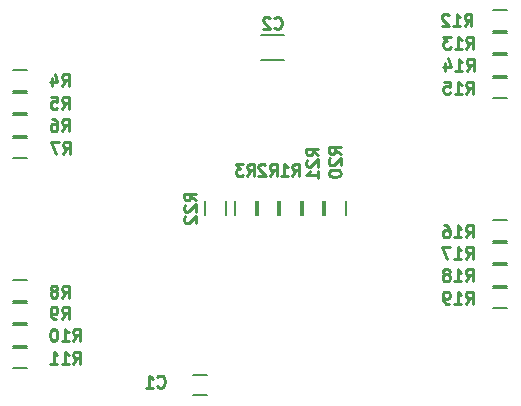
<source format=gbr>
G04 #@! TF.FileFunction,Legend,Bot*
%FSLAX46Y46*%
G04 Gerber Fmt 4.6, Leading zero omitted, Abs format (unit mm)*
G04 Created by KiCad (PCBNEW (after 2015-mar-04 BZR unknown)-product) date 1/17/2017 1:07:12 PM*
%MOMM*%
G01*
G04 APERTURE LIST*
%ADD10C,0.150000*%
%ADD11C,0.254000*%
G04 APERTURE END LIST*
D10*
X199990000Y-89930000D02*
X198790000Y-89930000D01*
X198790000Y-91680000D02*
X199990000Y-91680000D01*
X199990000Y-95645000D02*
X198790000Y-95645000D01*
X198790000Y-97395000D02*
X199990000Y-97395000D01*
X199990000Y-91835000D02*
X198790000Y-91835000D01*
X198790000Y-93585000D02*
X199990000Y-93585000D01*
X158150000Y-100570000D02*
X159350000Y-100570000D01*
X159350000Y-98820000D02*
X158150000Y-98820000D01*
X158150000Y-96760000D02*
X159350000Y-96760000D01*
X159350000Y-95010000D02*
X158150000Y-95010000D01*
X199990000Y-107710000D02*
X198790000Y-107710000D01*
X198790000Y-109460000D02*
X199990000Y-109460000D01*
X199990000Y-113425000D02*
X198790000Y-113425000D01*
X198790000Y-115175000D02*
X199990000Y-115175000D01*
X158150000Y-120255000D02*
X159350000Y-120255000D01*
X159350000Y-118505000D02*
X158150000Y-118505000D01*
X199990000Y-93740000D02*
X198790000Y-93740000D01*
X198790000Y-95490000D02*
X199990000Y-95490000D01*
X178675000Y-107280000D02*
X178675000Y-106080000D01*
X176925000Y-106080000D02*
X176925000Y-107280000D01*
X199990000Y-111520000D02*
X198790000Y-111520000D01*
X198790000Y-113270000D02*
X199990000Y-113270000D01*
X158150000Y-98665000D02*
X159350000Y-98665000D01*
X159350000Y-96915000D02*
X158150000Y-96915000D01*
X158150000Y-102475000D02*
X159350000Y-102475000D01*
X159350000Y-100725000D02*
X158150000Y-100725000D01*
X180580000Y-107280000D02*
X180580000Y-106080000D01*
X178830000Y-106080000D02*
X178830000Y-107280000D01*
X199990000Y-109615000D02*
X198790000Y-109615000D01*
X198790000Y-111365000D02*
X199990000Y-111365000D01*
X173390000Y-122541000D02*
X174590000Y-122541000D01*
X174590000Y-120791000D02*
X173390000Y-120791000D01*
X181086000Y-92016000D02*
X179086000Y-92016000D01*
X179086000Y-94166000D02*
X181086000Y-94166000D01*
X158150000Y-114540000D02*
X159350000Y-114540000D01*
X159350000Y-112790000D02*
X158150000Y-112790000D01*
X158150000Y-118350000D02*
X159350000Y-118350000D01*
X159350000Y-116600000D02*
X158150000Y-116600000D01*
X158150000Y-116445000D02*
X159350000Y-116445000D01*
X159350000Y-114695000D02*
X158150000Y-114695000D01*
X182485000Y-107280000D02*
X182485000Y-106080000D01*
X180735000Y-106080000D02*
X180735000Y-107280000D01*
X186295000Y-107280000D02*
X186295000Y-106080000D01*
X184545000Y-106080000D02*
X184545000Y-107280000D01*
X184390000Y-107280000D02*
X184390000Y-106080000D01*
X182640000Y-106080000D02*
X182640000Y-107280000D01*
X176135000Y-107280000D02*
X176135000Y-106080000D01*
X174385000Y-106080000D02*
X174385000Y-107280000D01*
D11*
X196353143Y-91259619D02*
X196691809Y-90775810D01*
X196933714Y-91259619D02*
X196933714Y-90243619D01*
X196546667Y-90243619D01*
X196449905Y-90292000D01*
X196401524Y-90340381D01*
X196353143Y-90437143D01*
X196353143Y-90582286D01*
X196401524Y-90679048D01*
X196449905Y-90727429D01*
X196546667Y-90775810D01*
X196933714Y-90775810D01*
X195385524Y-91259619D02*
X195966095Y-91259619D01*
X195675809Y-91259619D02*
X195675809Y-90243619D01*
X195772571Y-90388762D01*
X195869333Y-90485524D01*
X195966095Y-90533905D01*
X194998476Y-90340381D02*
X194950095Y-90292000D01*
X194853333Y-90243619D01*
X194611429Y-90243619D01*
X194514667Y-90292000D01*
X194466286Y-90340381D01*
X194417905Y-90437143D01*
X194417905Y-90533905D01*
X194466286Y-90679048D01*
X195046857Y-91259619D01*
X194417905Y-91259619D01*
X196487143Y-96979619D02*
X196825809Y-96495810D01*
X197067714Y-96979619D02*
X197067714Y-95963619D01*
X196680667Y-95963619D01*
X196583905Y-96012000D01*
X196535524Y-96060381D01*
X196487143Y-96157143D01*
X196487143Y-96302286D01*
X196535524Y-96399048D01*
X196583905Y-96447429D01*
X196680667Y-96495810D01*
X197067714Y-96495810D01*
X195519524Y-96979619D02*
X196100095Y-96979619D01*
X195809809Y-96979619D02*
X195809809Y-95963619D01*
X195906571Y-96108762D01*
X196003333Y-96205524D01*
X196100095Y-96253905D01*
X194600286Y-95963619D02*
X195084095Y-95963619D01*
X195132476Y-96447429D01*
X195084095Y-96399048D01*
X194987333Y-96350667D01*
X194745429Y-96350667D01*
X194648667Y-96399048D01*
X194600286Y-96447429D01*
X194551905Y-96544190D01*
X194551905Y-96786095D01*
X194600286Y-96882857D01*
X194648667Y-96931238D01*
X194745429Y-96979619D01*
X194987333Y-96979619D01*
X195084095Y-96931238D01*
X195132476Y-96882857D01*
X196487143Y-93169619D02*
X196825809Y-92685810D01*
X197067714Y-93169619D02*
X197067714Y-92153619D01*
X196680667Y-92153619D01*
X196583905Y-92202000D01*
X196535524Y-92250381D01*
X196487143Y-92347143D01*
X196487143Y-92492286D01*
X196535524Y-92589048D01*
X196583905Y-92637429D01*
X196680667Y-92685810D01*
X197067714Y-92685810D01*
X195519524Y-93169619D02*
X196100095Y-93169619D01*
X195809809Y-93169619D02*
X195809809Y-92153619D01*
X195906571Y-92298762D01*
X196003333Y-92395524D01*
X196100095Y-92443905D01*
X195180857Y-92153619D02*
X194551905Y-92153619D01*
X194890571Y-92540667D01*
X194745429Y-92540667D01*
X194648667Y-92589048D01*
X194600286Y-92637429D01*
X194551905Y-92734190D01*
X194551905Y-92976095D01*
X194600286Y-93072857D01*
X194648667Y-93121238D01*
X194745429Y-93169619D01*
X195035714Y-93169619D01*
X195132476Y-93121238D01*
X195180857Y-93072857D01*
X162269333Y-100159619D02*
X162607999Y-99675810D01*
X162849904Y-100159619D02*
X162849904Y-99143619D01*
X162462857Y-99143619D01*
X162366095Y-99192000D01*
X162317714Y-99240381D01*
X162269333Y-99337143D01*
X162269333Y-99482286D01*
X162317714Y-99579048D01*
X162366095Y-99627429D01*
X162462857Y-99675810D01*
X162849904Y-99675810D01*
X161398476Y-99143619D02*
X161591999Y-99143619D01*
X161688761Y-99192000D01*
X161737142Y-99240381D01*
X161833904Y-99385524D01*
X161882285Y-99579048D01*
X161882285Y-99966095D01*
X161833904Y-100062857D01*
X161785523Y-100111238D01*
X161688761Y-100159619D01*
X161495238Y-100159619D01*
X161398476Y-100111238D01*
X161350095Y-100062857D01*
X161301714Y-99966095D01*
X161301714Y-99724190D01*
X161350095Y-99627429D01*
X161398476Y-99579048D01*
X161495238Y-99530667D01*
X161688761Y-99530667D01*
X161785523Y-99579048D01*
X161833904Y-99627429D01*
X161882285Y-99724190D01*
X162269333Y-96359619D02*
X162607999Y-95875810D01*
X162849904Y-96359619D02*
X162849904Y-95343619D01*
X162462857Y-95343619D01*
X162366095Y-95392000D01*
X162317714Y-95440381D01*
X162269333Y-95537143D01*
X162269333Y-95682286D01*
X162317714Y-95779048D01*
X162366095Y-95827429D01*
X162462857Y-95875810D01*
X162849904Y-95875810D01*
X161398476Y-95682286D02*
X161398476Y-96359619D01*
X161640380Y-95295238D02*
X161882285Y-96020952D01*
X161253333Y-96020952D01*
X196453143Y-109159619D02*
X196791809Y-108675810D01*
X197033714Y-109159619D02*
X197033714Y-108143619D01*
X196646667Y-108143619D01*
X196549905Y-108192000D01*
X196501524Y-108240381D01*
X196453143Y-108337143D01*
X196453143Y-108482286D01*
X196501524Y-108579048D01*
X196549905Y-108627429D01*
X196646667Y-108675810D01*
X197033714Y-108675810D01*
X195485524Y-109159619D02*
X196066095Y-109159619D01*
X195775809Y-109159619D02*
X195775809Y-108143619D01*
X195872571Y-108288762D01*
X195969333Y-108385524D01*
X196066095Y-108433905D01*
X194614667Y-108143619D02*
X194808190Y-108143619D01*
X194904952Y-108192000D01*
X194953333Y-108240381D01*
X195050095Y-108385524D01*
X195098476Y-108579048D01*
X195098476Y-108966095D01*
X195050095Y-109062857D01*
X195001714Y-109111238D01*
X194904952Y-109159619D01*
X194711429Y-109159619D01*
X194614667Y-109111238D01*
X194566286Y-109062857D01*
X194517905Y-108966095D01*
X194517905Y-108724190D01*
X194566286Y-108627429D01*
X194614667Y-108579048D01*
X194711429Y-108530667D01*
X194904952Y-108530667D01*
X195001714Y-108579048D01*
X195050095Y-108627429D01*
X195098476Y-108724190D01*
X196453143Y-114759619D02*
X196791809Y-114275810D01*
X197033714Y-114759619D02*
X197033714Y-113743619D01*
X196646667Y-113743619D01*
X196549905Y-113792000D01*
X196501524Y-113840381D01*
X196453143Y-113937143D01*
X196453143Y-114082286D01*
X196501524Y-114179048D01*
X196549905Y-114227429D01*
X196646667Y-114275810D01*
X197033714Y-114275810D01*
X195485524Y-114759619D02*
X196066095Y-114759619D01*
X195775809Y-114759619D02*
X195775809Y-113743619D01*
X195872571Y-113888762D01*
X195969333Y-113985524D01*
X196066095Y-114033905D01*
X195001714Y-114759619D02*
X194808190Y-114759619D01*
X194711429Y-114711238D01*
X194663048Y-114662857D01*
X194566286Y-114517714D01*
X194517905Y-114324190D01*
X194517905Y-113937143D01*
X194566286Y-113840381D01*
X194614667Y-113792000D01*
X194711429Y-113743619D01*
X194904952Y-113743619D01*
X195001714Y-113792000D01*
X195050095Y-113840381D01*
X195098476Y-113937143D01*
X195098476Y-114179048D01*
X195050095Y-114275810D01*
X195001714Y-114324190D01*
X194904952Y-114372571D01*
X194711429Y-114372571D01*
X194614667Y-114324190D01*
X194566286Y-114275810D01*
X194517905Y-114179048D01*
X163213143Y-119839619D02*
X163551809Y-119355810D01*
X163793714Y-119839619D02*
X163793714Y-118823619D01*
X163406667Y-118823619D01*
X163309905Y-118872000D01*
X163261524Y-118920381D01*
X163213143Y-119017143D01*
X163213143Y-119162286D01*
X163261524Y-119259048D01*
X163309905Y-119307429D01*
X163406667Y-119355810D01*
X163793714Y-119355810D01*
X162245524Y-119839619D02*
X162826095Y-119839619D01*
X162535809Y-119839619D02*
X162535809Y-118823619D01*
X162632571Y-118968762D01*
X162729333Y-119065524D01*
X162826095Y-119113905D01*
X161277905Y-119839619D02*
X161858476Y-119839619D01*
X161568190Y-119839619D02*
X161568190Y-118823619D01*
X161664952Y-118968762D01*
X161761714Y-119065524D01*
X161858476Y-119113905D01*
X196553143Y-95059619D02*
X196891809Y-94575810D01*
X197133714Y-95059619D02*
X197133714Y-94043619D01*
X196746667Y-94043619D01*
X196649905Y-94092000D01*
X196601524Y-94140381D01*
X196553143Y-94237143D01*
X196553143Y-94382286D01*
X196601524Y-94479048D01*
X196649905Y-94527429D01*
X196746667Y-94575810D01*
X197133714Y-94575810D01*
X195585524Y-95059619D02*
X196166095Y-95059619D01*
X195875809Y-95059619D02*
X195875809Y-94043619D01*
X195972571Y-94188762D01*
X196069333Y-94285524D01*
X196166095Y-94333905D01*
X194714667Y-94382286D02*
X194714667Y-95059619D01*
X194956571Y-93995238D02*
X195198476Y-94720952D01*
X194569524Y-94720952D01*
X177969333Y-103964619D02*
X178307999Y-103480810D01*
X178549904Y-103964619D02*
X178549904Y-102948619D01*
X178162857Y-102948619D01*
X178066095Y-102997000D01*
X178017714Y-103045381D01*
X177969333Y-103142143D01*
X177969333Y-103287286D01*
X178017714Y-103384048D01*
X178066095Y-103432429D01*
X178162857Y-103480810D01*
X178549904Y-103480810D01*
X177630666Y-102948619D02*
X177001714Y-102948619D01*
X177340380Y-103335667D01*
X177195238Y-103335667D01*
X177098476Y-103384048D01*
X177050095Y-103432429D01*
X177001714Y-103529190D01*
X177001714Y-103771095D01*
X177050095Y-103867857D01*
X177098476Y-103916238D01*
X177195238Y-103964619D01*
X177485523Y-103964619D01*
X177582285Y-103916238D01*
X177630666Y-103867857D01*
X196453143Y-112859619D02*
X196791809Y-112375810D01*
X197033714Y-112859619D02*
X197033714Y-111843619D01*
X196646667Y-111843619D01*
X196549905Y-111892000D01*
X196501524Y-111940381D01*
X196453143Y-112037143D01*
X196453143Y-112182286D01*
X196501524Y-112279048D01*
X196549905Y-112327429D01*
X196646667Y-112375810D01*
X197033714Y-112375810D01*
X195485524Y-112859619D02*
X196066095Y-112859619D01*
X195775809Y-112859619D02*
X195775809Y-111843619D01*
X195872571Y-111988762D01*
X195969333Y-112085524D01*
X196066095Y-112133905D01*
X194904952Y-112279048D02*
X195001714Y-112230667D01*
X195050095Y-112182286D01*
X195098476Y-112085524D01*
X195098476Y-112037143D01*
X195050095Y-111940381D01*
X195001714Y-111892000D01*
X194904952Y-111843619D01*
X194711429Y-111843619D01*
X194614667Y-111892000D01*
X194566286Y-111940381D01*
X194517905Y-112037143D01*
X194517905Y-112085524D01*
X194566286Y-112182286D01*
X194614667Y-112230667D01*
X194711429Y-112279048D01*
X194904952Y-112279048D01*
X195001714Y-112327429D01*
X195050095Y-112375810D01*
X195098476Y-112472571D01*
X195098476Y-112666095D01*
X195050095Y-112762857D01*
X195001714Y-112811238D01*
X194904952Y-112859619D01*
X194711429Y-112859619D01*
X194614667Y-112811238D01*
X194566286Y-112762857D01*
X194517905Y-112666095D01*
X194517905Y-112472571D01*
X194566286Y-112375810D01*
X194614667Y-112327429D01*
X194711429Y-112279048D01*
X162269333Y-98259619D02*
X162607999Y-97775810D01*
X162849904Y-98259619D02*
X162849904Y-97243619D01*
X162462857Y-97243619D01*
X162366095Y-97292000D01*
X162317714Y-97340381D01*
X162269333Y-97437143D01*
X162269333Y-97582286D01*
X162317714Y-97679048D01*
X162366095Y-97727429D01*
X162462857Y-97775810D01*
X162849904Y-97775810D01*
X161350095Y-97243619D02*
X161833904Y-97243619D01*
X161882285Y-97727429D01*
X161833904Y-97679048D01*
X161737142Y-97630667D01*
X161495238Y-97630667D01*
X161398476Y-97679048D01*
X161350095Y-97727429D01*
X161301714Y-97824190D01*
X161301714Y-98066095D01*
X161350095Y-98162857D01*
X161398476Y-98211238D01*
X161495238Y-98259619D01*
X161737142Y-98259619D01*
X161833904Y-98211238D01*
X161882285Y-98162857D01*
X162369333Y-102059619D02*
X162707999Y-101575810D01*
X162949904Y-102059619D02*
X162949904Y-101043619D01*
X162562857Y-101043619D01*
X162466095Y-101092000D01*
X162417714Y-101140381D01*
X162369333Y-101237143D01*
X162369333Y-101382286D01*
X162417714Y-101479048D01*
X162466095Y-101527429D01*
X162562857Y-101575810D01*
X162949904Y-101575810D01*
X162030666Y-101043619D02*
X161353333Y-101043619D01*
X161788761Y-102059619D01*
X179874333Y-103964619D02*
X180212999Y-103480810D01*
X180454904Y-103964619D02*
X180454904Y-102948619D01*
X180067857Y-102948619D01*
X179971095Y-102997000D01*
X179922714Y-103045381D01*
X179874333Y-103142143D01*
X179874333Y-103287286D01*
X179922714Y-103384048D01*
X179971095Y-103432429D01*
X180067857Y-103480810D01*
X180454904Y-103480810D01*
X179487285Y-103045381D02*
X179438904Y-102997000D01*
X179342142Y-102948619D01*
X179100238Y-102948619D01*
X179003476Y-102997000D01*
X178955095Y-103045381D01*
X178906714Y-103142143D01*
X178906714Y-103238905D01*
X178955095Y-103384048D01*
X179535666Y-103964619D01*
X178906714Y-103964619D01*
X196453143Y-110959619D02*
X196791809Y-110475810D01*
X197033714Y-110959619D02*
X197033714Y-109943619D01*
X196646667Y-109943619D01*
X196549905Y-109992000D01*
X196501524Y-110040381D01*
X196453143Y-110137143D01*
X196453143Y-110282286D01*
X196501524Y-110379048D01*
X196549905Y-110427429D01*
X196646667Y-110475810D01*
X197033714Y-110475810D01*
X195485524Y-110959619D02*
X196066095Y-110959619D01*
X195775809Y-110959619D02*
X195775809Y-109943619D01*
X195872571Y-110088762D01*
X195969333Y-110185524D01*
X196066095Y-110233905D01*
X195146857Y-109943619D02*
X194469524Y-109943619D01*
X194904952Y-110959619D01*
X170349333Y-121774857D02*
X170397714Y-121823238D01*
X170542857Y-121871619D01*
X170639619Y-121871619D01*
X170784761Y-121823238D01*
X170881523Y-121726476D01*
X170929904Y-121629714D01*
X170978285Y-121436190D01*
X170978285Y-121291048D01*
X170929904Y-121097524D01*
X170881523Y-121000762D01*
X170784761Y-120904000D01*
X170639619Y-120855619D01*
X170542857Y-120855619D01*
X170397714Y-120904000D01*
X170349333Y-120952381D01*
X169381714Y-121871619D02*
X169962285Y-121871619D01*
X169671999Y-121871619D02*
X169671999Y-120855619D01*
X169768761Y-121000762D01*
X169865523Y-121097524D01*
X169962285Y-121145905D01*
X180255333Y-91421857D02*
X180303714Y-91470238D01*
X180448857Y-91518619D01*
X180545619Y-91518619D01*
X180690761Y-91470238D01*
X180787523Y-91373476D01*
X180835904Y-91276714D01*
X180884285Y-91083190D01*
X180884285Y-90938048D01*
X180835904Y-90744524D01*
X180787523Y-90647762D01*
X180690761Y-90551000D01*
X180545619Y-90502619D01*
X180448857Y-90502619D01*
X180303714Y-90551000D01*
X180255333Y-90599381D01*
X179868285Y-90599381D02*
X179819904Y-90551000D01*
X179723142Y-90502619D01*
X179481238Y-90502619D01*
X179384476Y-90551000D01*
X179336095Y-90599381D01*
X179287714Y-90696143D01*
X179287714Y-90792905D01*
X179336095Y-90938048D01*
X179916666Y-91518619D01*
X179287714Y-91518619D01*
X162269333Y-114259619D02*
X162607999Y-113775810D01*
X162849904Y-114259619D02*
X162849904Y-113243619D01*
X162462857Y-113243619D01*
X162366095Y-113292000D01*
X162317714Y-113340381D01*
X162269333Y-113437143D01*
X162269333Y-113582286D01*
X162317714Y-113679048D01*
X162366095Y-113727429D01*
X162462857Y-113775810D01*
X162849904Y-113775810D01*
X161688761Y-113679048D02*
X161785523Y-113630667D01*
X161833904Y-113582286D01*
X161882285Y-113485524D01*
X161882285Y-113437143D01*
X161833904Y-113340381D01*
X161785523Y-113292000D01*
X161688761Y-113243619D01*
X161495238Y-113243619D01*
X161398476Y-113292000D01*
X161350095Y-113340381D01*
X161301714Y-113437143D01*
X161301714Y-113485524D01*
X161350095Y-113582286D01*
X161398476Y-113630667D01*
X161495238Y-113679048D01*
X161688761Y-113679048D01*
X161785523Y-113727429D01*
X161833904Y-113775810D01*
X161882285Y-113872571D01*
X161882285Y-114066095D01*
X161833904Y-114162857D01*
X161785523Y-114211238D01*
X161688761Y-114259619D01*
X161495238Y-114259619D01*
X161398476Y-114211238D01*
X161350095Y-114162857D01*
X161301714Y-114066095D01*
X161301714Y-113872571D01*
X161350095Y-113775810D01*
X161398476Y-113727429D01*
X161495238Y-113679048D01*
X163213143Y-117934619D02*
X163551809Y-117450810D01*
X163793714Y-117934619D02*
X163793714Y-116918619D01*
X163406667Y-116918619D01*
X163309905Y-116967000D01*
X163261524Y-117015381D01*
X163213143Y-117112143D01*
X163213143Y-117257286D01*
X163261524Y-117354048D01*
X163309905Y-117402429D01*
X163406667Y-117450810D01*
X163793714Y-117450810D01*
X162245524Y-117934619D02*
X162826095Y-117934619D01*
X162535809Y-117934619D02*
X162535809Y-116918619D01*
X162632571Y-117063762D01*
X162729333Y-117160524D01*
X162826095Y-117208905D01*
X161616571Y-116918619D02*
X161519810Y-116918619D01*
X161423048Y-116967000D01*
X161374667Y-117015381D01*
X161326286Y-117112143D01*
X161277905Y-117305667D01*
X161277905Y-117547571D01*
X161326286Y-117741095D01*
X161374667Y-117837857D01*
X161423048Y-117886238D01*
X161519810Y-117934619D01*
X161616571Y-117934619D01*
X161713333Y-117886238D01*
X161761714Y-117837857D01*
X161810095Y-117741095D01*
X161858476Y-117547571D01*
X161858476Y-117305667D01*
X161810095Y-117112143D01*
X161761714Y-117015381D01*
X161713333Y-116967000D01*
X161616571Y-116918619D01*
X162269333Y-116059619D02*
X162607999Y-115575810D01*
X162849904Y-116059619D02*
X162849904Y-115043619D01*
X162462857Y-115043619D01*
X162366095Y-115092000D01*
X162317714Y-115140381D01*
X162269333Y-115237143D01*
X162269333Y-115382286D01*
X162317714Y-115479048D01*
X162366095Y-115527429D01*
X162462857Y-115575810D01*
X162849904Y-115575810D01*
X161785523Y-116059619D02*
X161591999Y-116059619D01*
X161495238Y-116011238D01*
X161446857Y-115962857D01*
X161350095Y-115817714D01*
X161301714Y-115624190D01*
X161301714Y-115237143D01*
X161350095Y-115140381D01*
X161398476Y-115092000D01*
X161495238Y-115043619D01*
X161688761Y-115043619D01*
X161785523Y-115092000D01*
X161833904Y-115140381D01*
X161882285Y-115237143D01*
X161882285Y-115479048D01*
X161833904Y-115575810D01*
X161785523Y-115624190D01*
X161688761Y-115672571D01*
X161495238Y-115672571D01*
X161398476Y-115624190D01*
X161350095Y-115575810D01*
X161301714Y-115479048D01*
X181779333Y-103964619D02*
X182117999Y-103480810D01*
X182359904Y-103964619D02*
X182359904Y-102948619D01*
X181972857Y-102948619D01*
X181876095Y-102997000D01*
X181827714Y-103045381D01*
X181779333Y-103142143D01*
X181779333Y-103287286D01*
X181827714Y-103384048D01*
X181876095Y-103432429D01*
X181972857Y-103480810D01*
X182359904Y-103480810D01*
X180811714Y-103964619D02*
X181392285Y-103964619D01*
X181101999Y-103964619D02*
X181101999Y-102948619D01*
X181198761Y-103093762D01*
X181295523Y-103190524D01*
X181392285Y-103238905D01*
X185879619Y-102089857D02*
X185395810Y-101751191D01*
X185879619Y-101509286D02*
X184863619Y-101509286D01*
X184863619Y-101896333D01*
X184912000Y-101993095D01*
X184960381Y-102041476D01*
X185057143Y-102089857D01*
X185202286Y-102089857D01*
X185299048Y-102041476D01*
X185347429Y-101993095D01*
X185395810Y-101896333D01*
X185395810Y-101509286D01*
X184960381Y-102476905D02*
X184912000Y-102525286D01*
X184863619Y-102622048D01*
X184863619Y-102863952D01*
X184912000Y-102960714D01*
X184960381Y-103009095D01*
X185057143Y-103057476D01*
X185153905Y-103057476D01*
X185299048Y-103009095D01*
X185879619Y-102428524D01*
X185879619Y-103057476D01*
X184863619Y-103686429D02*
X184863619Y-103783190D01*
X184912000Y-103879952D01*
X184960381Y-103928333D01*
X185057143Y-103976714D01*
X185250667Y-104025095D01*
X185492571Y-104025095D01*
X185686095Y-103976714D01*
X185782857Y-103928333D01*
X185831238Y-103879952D01*
X185879619Y-103783190D01*
X185879619Y-103686429D01*
X185831238Y-103589667D01*
X185782857Y-103541286D01*
X185686095Y-103492905D01*
X185492571Y-103444524D01*
X185250667Y-103444524D01*
X185057143Y-103492905D01*
X184960381Y-103541286D01*
X184912000Y-103589667D01*
X184863619Y-103686429D01*
X183974619Y-102216857D02*
X183490810Y-101878191D01*
X183974619Y-101636286D02*
X182958619Y-101636286D01*
X182958619Y-102023333D01*
X183007000Y-102120095D01*
X183055381Y-102168476D01*
X183152143Y-102216857D01*
X183297286Y-102216857D01*
X183394048Y-102168476D01*
X183442429Y-102120095D01*
X183490810Y-102023333D01*
X183490810Y-101636286D01*
X183055381Y-102603905D02*
X183007000Y-102652286D01*
X182958619Y-102749048D01*
X182958619Y-102990952D01*
X183007000Y-103087714D01*
X183055381Y-103136095D01*
X183152143Y-103184476D01*
X183248905Y-103184476D01*
X183394048Y-103136095D01*
X183974619Y-102555524D01*
X183974619Y-103184476D01*
X183974619Y-104152095D02*
X183974619Y-103571524D01*
X183974619Y-103861810D02*
X182958619Y-103861810D01*
X183103762Y-103765048D01*
X183200524Y-103668286D01*
X183248905Y-103571524D01*
X173619619Y-106026857D02*
X173135810Y-105688191D01*
X173619619Y-105446286D02*
X172603619Y-105446286D01*
X172603619Y-105833333D01*
X172652000Y-105930095D01*
X172700381Y-105978476D01*
X172797143Y-106026857D01*
X172942286Y-106026857D01*
X173039048Y-105978476D01*
X173087429Y-105930095D01*
X173135810Y-105833333D01*
X173135810Y-105446286D01*
X172700381Y-106413905D02*
X172652000Y-106462286D01*
X172603619Y-106559048D01*
X172603619Y-106800952D01*
X172652000Y-106897714D01*
X172700381Y-106946095D01*
X172797143Y-106994476D01*
X172893905Y-106994476D01*
X173039048Y-106946095D01*
X173619619Y-106365524D01*
X173619619Y-106994476D01*
X172700381Y-107381524D02*
X172652000Y-107429905D01*
X172603619Y-107526667D01*
X172603619Y-107768571D01*
X172652000Y-107865333D01*
X172700381Y-107913714D01*
X172797143Y-107962095D01*
X172893905Y-107962095D01*
X173039048Y-107913714D01*
X173619619Y-107333143D01*
X173619619Y-107962095D01*
M02*

</source>
